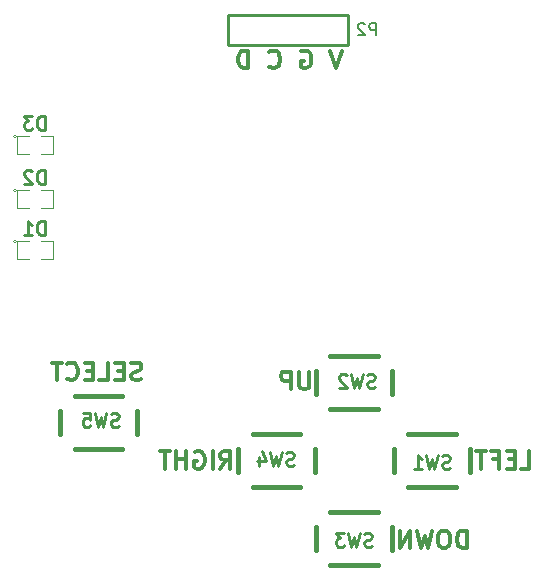
<source format=gbo>
G04 (created by PCBNEW (2013-07-07 BZR 4022)-stable) date 3/28/2015 5:28:05 PM*
%MOIN*%
G04 Gerber Fmt 3.4, Leading zero omitted, Abs format*
%FSLAX34Y34*%
G01*
G70*
G90*
G04 APERTURE LIST*
%ADD10C,0.00590551*%
%ADD11C,0.011811*%
%ADD12C,0.015*%
%ADD13C,0.0039*%
%ADD14C,0.01*%
%ADD15C,0.008*%
G04 APERTURE END LIST*
G54D10*
G54D11*
X42162Y-38010D02*
X42077Y-38039D01*
X41937Y-38039D01*
X41881Y-38010D01*
X41852Y-37982D01*
X41824Y-37926D01*
X41824Y-37870D01*
X41852Y-37814D01*
X41881Y-37785D01*
X41937Y-37757D01*
X42049Y-37729D01*
X42106Y-37701D01*
X42134Y-37673D01*
X42162Y-37617D01*
X42162Y-37560D01*
X42134Y-37504D01*
X42106Y-37476D01*
X42049Y-37448D01*
X41909Y-37448D01*
X41824Y-37476D01*
X41571Y-37729D02*
X41374Y-37729D01*
X41290Y-38039D02*
X41571Y-38039D01*
X41571Y-37448D01*
X41290Y-37448D01*
X40756Y-38039D02*
X41037Y-38039D01*
X41037Y-37448D01*
X40559Y-37729D02*
X40362Y-37729D01*
X40278Y-38039D02*
X40559Y-38039D01*
X40559Y-37448D01*
X40278Y-37448D01*
X39687Y-37982D02*
X39715Y-38010D01*
X39800Y-38039D01*
X39856Y-38039D01*
X39940Y-38010D01*
X39996Y-37954D01*
X40025Y-37898D01*
X40053Y-37785D01*
X40053Y-37701D01*
X40025Y-37589D01*
X39996Y-37532D01*
X39940Y-37476D01*
X39856Y-37448D01*
X39800Y-37448D01*
X39715Y-37476D01*
X39687Y-37504D01*
X39518Y-37448D02*
X39181Y-37448D01*
X39350Y-38039D02*
X39350Y-37448D01*
X53010Y-43639D02*
X53010Y-43048D01*
X52870Y-43048D01*
X52785Y-43076D01*
X52729Y-43132D01*
X52701Y-43189D01*
X52673Y-43301D01*
X52673Y-43385D01*
X52701Y-43498D01*
X52729Y-43554D01*
X52785Y-43610D01*
X52870Y-43639D01*
X53010Y-43639D01*
X52307Y-43048D02*
X52195Y-43048D01*
X52139Y-43076D01*
X52082Y-43132D01*
X52054Y-43245D01*
X52054Y-43442D01*
X52082Y-43554D01*
X52139Y-43610D01*
X52195Y-43639D01*
X52307Y-43639D01*
X52364Y-43610D01*
X52420Y-43554D01*
X52448Y-43442D01*
X52448Y-43245D01*
X52420Y-43132D01*
X52364Y-43076D01*
X52307Y-43048D01*
X51857Y-43048D02*
X51717Y-43639D01*
X51604Y-43217D01*
X51492Y-43639D01*
X51351Y-43048D01*
X51126Y-43639D02*
X51126Y-43048D01*
X50789Y-43639D01*
X50789Y-43048D01*
X44787Y-40989D02*
X44984Y-40707D01*
X45124Y-40989D02*
X45124Y-40398D01*
X44899Y-40398D01*
X44843Y-40426D01*
X44815Y-40454D01*
X44787Y-40510D01*
X44787Y-40595D01*
X44815Y-40651D01*
X44843Y-40679D01*
X44899Y-40707D01*
X45124Y-40707D01*
X44534Y-40989D02*
X44534Y-40398D01*
X43943Y-40426D02*
X44000Y-40398D01*
X44084Y-40398D01*
X44168Y-40426D01*
X44224Y-40482D01*
X44253Y-40539D01*
X44281Y-40651D01*
X44281Y-40735D01*
X44253Y-40848D01*
X44224Y-40904D01*
X44168Y-40960D01*
X44084Y-40989D01*
X44028Y-40989D01*
X43943Y-40960D01*
X43915Y-40932D01*
X43915Y-40735D01*
X44028Y-40735D01*
X43662Y-40989D02*
X43662Y-40398D01*
X43662Y-40679D02*
X43325Y-40679D01*
X43325Y-40989D02*
X43325Y-40398D01*
X43128Y-40398D02*
X42790Y-40398D01*
X42959Y-40989D02*
X42959Y-40398D01*
X54812Y-40989D02*
X55093Y-40989D01*
X55093Y-40398D01*
X54615Y-40679D02*
X54418Y-40679D01*
X54334Y-40989D02*
X54615Y-40989D01*
X54615Y-40398D01*
X54334Y-40398D01*
X53884Y-40679D02*
X54081Y-40679D01*
X54081Y-40989D02*
X54081Y-40398D01*
X53800Y-40398D01*
X53659Y-40398D02*
X53321Y-40398D01*
X53490Y-40989D02*
X53490Y-40398D01*
X47764Y-37748D02*
X47764Y-38226D01*
X47735Y-38282D01*
X47707Y-38310D01*
X47651Y-38339D01*
X47539Y-38339D01*
X47482Y-38310D01*
X47454Y-38282D01*
X47426Y-38226D01*
X47426Y-37748D01*
X47145Y-38339D02*
X47145Y-37748D01*
X46920Y-37748D01*
X46864Y-37776D01*
X46835Y-37804D01*
X46807Y-37860D01*
X46807Y-37945D01*
X46835Y-38001D01*
X46864Y-38029D01*
X46920Y-38057D01*
X47145Y-38057D01*
X48844Y-27050D02*
X48647Y-27640D01*
X48450Y-27050D01*
X47494Y-27078D02*
X47550Y-27050D01*
X47634Y-27050D01*
X47719Y-27078D01*
X47775Y-27134D01*
X47803Y-27190D01*
X47831Y-27303D01*
X47831Y-27387D01*
X47803Y-27500D01*
X47775Y-27556D01*
X47719Y-27612D01*
X47634Y-27640D01*
X47578Y-27640D01*
X47494Y-27612D01*
X47466Y-27584D01*
X47466Y-27387D01*
X47578Y-27387D01*
X46425Y-27584D02*
X46453Y-27612D01*
X46538Y-27640D01*
X46594Y-27640D01*
X46678Y-27612D01*
X46735Y-27556D01*
X46763Y-27500D01*
X46791Y-27387D01*
X46791Y-27303D01*
X46763Y-27190D01*
X46735Y-27134D01*
X46678Y-27078D01*
X46594Y-27050D01*
X46538Y-27050D01*
X46453Y-27078D01*
X46425Y-27106D01*
X45722Y-27640D02*
X45722Y-27050D01*
X45582Y-27050D01*
X45497Y-27078D01*
X45441Y-27134D01*
X45413Y-27190D01*
X45385Y-27303D01*
X45385Y-27387D01*
X45413Y-27500D01*
X45441Y-27556D01*
X45497Y-27612D01*
X45582Y-27640D01*
X45722Y-27640D01*
G54D12*
X53130Y-40314D02*
X53130Y-41102D01*
X52637Y-41594D02*
X51063Y-41594D01*
X50570Y-40314D02*
X50570Y-41003D01*
X50570Y-41003D02*
X50570Y-41102D01*
X52637Y-39822D02*
X51063Y-39822D01*
X50531Y-37716D02*
X50531Y-38504D01*
X50038Y-38996D02*
X48464Y-38996D01*
X47971Y-37716D02*
X47971Y-38405D01*
X47971Y-38405D02*
X47971Y-38504D01*
X50038Y-37224D02*
X48464Y-37224D01*
X50531Y-42913D02*
X50531Y-43701D01*
X50038Y-44193D02*
X48464Y-44193D01*
X47971Y-42913D02*
X47971Y-43602D01*
X47971Y-43602D02*
X47971Y-43701D01*
X50038Y-42421D02*
X48464Y-42421D01*
X47933Y-40314D02*
X47933Y-41102D01*
X47440Y-41594D02*
X45866Y-41594D01*
X45373Y-40314D02*
X45373Y-41003D01*
X45373Y-41003D02*
X45373Y-41102D01*
X47440Y-39822D02*
X45866Y-39822D01*
X42018Y-39054D02*
X42018Y-39842D01*
X41525Y-40334D02*
X39951Y-40334D01*
X39458Y-39054D02*
X39458Y-39743D01*
X39458Y-39743D02*
X39458Y-39842D01*
X41525Y-38562D02*
X39951Y-38562D01*
G54D13*
X38000Y-33400D02*
G75*
G03X38000Y-33400I-50J0D01*
G74*
G01*
X38400Y-33400D02*
X38000Y-33400D01*
X38000Y-33400D02*
X38000Y-34000D01*
X38000Y-34000D02*
X38400Y-34000D01*
X38800Y-34000D02*
X39200Y-34000D01*
X39200Y-34000D02*
X39200Y-33400D01*
X39200Y-33400D02*
X38800Y-33400D01*
X38000Y-31700D02*
G75*
G03X38000Y-31700I-50J0D01*
G74*
G01*
X38400Y-31700D02*
X38000Y-31700D01*
X38000Y-31700D02*
X38000Y-32300D01*
X38000Y-32300D02*
X38400Y-32300D01*
X38800Y-32300D02*
X39200Y-32300D01*
X39200Y-32300D02*
X39200Y-31700D01*
X39200Y-31700D02*
X38800Y-31700D01*
X38000Y-29900D02*
G75*
G03X38000Y-29900I-50J0D01*
G74*
G01*
X38400Y-29900D02*
X38000Y-29900D01*
X38000Y-29900D02*
X38000Y-30500D01*
X38000Y-30500D02*
X38400Y-30500D01*
X38800Y-30500D02*
X39200Y-30500D01*
X39200Y-30500D02*
X39200Y-29900D01*
X39200Y-29900D02*
X38800Y-29900D01*
G54D14*
X45047Y-26877D02*
X49047Y-26877D01*
X45047Y-25877D02*
X49047Y-25877D01*
X49047Y-25877D02*
X49047Y-26877D01*
X45047Y-26877D02*
X45047Y-25877D01*
X52445Y-40960D02*
X52381Y-40982D01*
X52274Y-40982D01*
X52231Y-40960D01*
X52209Y-40939D01*
X52188Y-40896D01*
X52188Y-40853D01*
X52209Y-40810D01*
X52231Y-40789D01*
X52274Y-40767D01*
X52359Y-40746D01*
X52402Y-40725D01*
X52424Y-40703D01*
X52445Y-40660D01*
X52445Y-40617D01*
X52424Y-40575D01*
X52402Y-40553D01*
X52359Y-40532D01*
X52252Y-40532D01*
X52188Y-40553D01*
X52038Y-40532D02*
X51931Y-40982D01*
X51845Y-40660D01*
X51759Y-40982D01*
X51652Y-40532D01*
X51245Y-40982D02*
X51502Y-40982D01*
X51374Y-40982D02*
X51374Y-40532D01*
X51417Y-40596D01*
X51459Y-40639D01*
X51502Y-40660D01*
X49945Y-38260D02*
X49881Y-38282D01*
X49774Y-38282D01*
X49731Y-38260D01*
X49709Y-38239D01*
X49688Y-38196D01*
X49688Y-38153D01*
X49709Y-38110D01*
X49731Y-38089D01*
X49774Y-38067D01*
X49859Y-38046D01*
X49902Y-38025D01*
X49924Y-38003D01*
X49945Y-37960D01*
X49945Y-37917D01*
X49924Y-37875D01*
X49902Y-37853D01*
X49859Y-37832D01*
X49752Y-37832D01*
X49688Y-37853D01*
X49538Y-37832D02*
X49431Y-38282D01*
X49345Y-37960D01*
X49259Y-38282D01*
X49152Y-37832D01*
X49002Y-37875D02*
X48981Y-37853D01*
X48938Y-37832D01*
X48831Y-37832D01*
X48788Y-37853D01*
X48767Y-37875D01*
X48745Y-37917D01*
X48745Y-37960D01*
X48767Y-38025D01*
X49024Y-38282D01*
X48745Y-38282D01*
X49845Y-43560D02*
X49781Y-43582D01*
X49674Y-43582D01*
X49631Y-43560D01*
X49609Y-43539D01*
X49588Y-43496D01*
X49588Y-43453D01*
X49609Y-43410D01*
X49631Y-43389D01*
X49674Y-43367D01*
X49759Y-43346D01*
X49802Y-43325D01*
X49824Y-43303D01*
X49845Y-43260D01*
X49845Y-43217D01*
X49824Y-43175D01*
X49802Y-43153D01*
X49759Y-43132D01*
X49652Y-43132D01*
X49588Y-43153D01*
X49438Y-43132D02*
X49331Y-43582D01*
X49245Y-43260D01*
X49159Y-43582D01*
X49052Y-43132D01*
X48924Y-43132D02*
X48645Y-43132D01*
X48795Y-43303D01*
X48731Y-43303D01*
X48688Y-43325D01*
X48667Y-43346D01*
X48645Y-43389D01*
X48645Y-43496D01*
X48667Y-43539D01*
X48688Y-43560D01*
X48731Y-43582D01*
X48859Y-43582D01*
X48902Y-43560D01*
X48924Y-43539D01*
X47245Y-40860D02*
X47181Y-40882D01*
X47074Y-40882D01*
X47031Y-40860D01*
X47009Y-40839D01*
X46988Y-40796D01*
X46988Y-40753D01*
X47009Y-40710D01*
X47031Y-40689D01*
X47074Y-40667D01*
X47159Y-40646D01*
X47202Y-40625D01*
X47224Y-40603D01*
X47245Y-40560D01*
X47245Y-40517D01*
X47224Y-40475D01*
X47202Y-40453D01*
X47159Y-40432D01*
X47052Y-40432D01*
X46988Y-40453D01*
X46838Y-40432D02*
X46731Y-40882D01*
X46645Y-40560D01*
X46559Y-40882D01*
X46452Y-40432D01*
X46088Y-40582D02*
X46088Y-40882D01*
X46195Y-40410D02*
X46302Y-40732D01*
X46024Y-40732D01*
X41400Y-39560D02*
X41335Y-39582D01*
X41228Y-39582D01*
X41185Y-39560D01*
X41164Y-39539D01*
X41142Y-39496D01*
X41142Y-39453D01*
X41164Y-39410D01*
X41185Y-39389D01*
X41228Y-39367D01*
X41314Y-39346D01*
X41357Y-39325D01*
X41378Y-39303D01*
X41400Y-39260D01*
X41400Y-39217D01*
X41378Y-39175D01*
X41357Y-39153D01*
X41314Y-39132D01*
X41207Y-39132D01*
X41142Y-39153D01*
X40992Y-39132D02*
X40885Y-39582D01*
X40800Y-39260D01*
X40714Y-39582D01*
X40607Y-39132D01*
X40221Y-39132D02*
X40435Y-39132D01*
X40457Y-39346D01*
X40435Y-39325D01*
X40392Y-39303D01*
X40285Y-39303D01*
X40242Y-39325D01*
X40221Y-39346D01*
X40200Y-39389D01*
X40200Y-39496D01*
X40221Y-39539D01*
X40242Y-39560D01*
X40285Y-39582D01*
X40392Y-39582D01*
X40435Y-39560D01*
X40457Y-39539D01*
X38932Y-33182D02*
X38932Y-32732D01*
X38824Y-32732D01*
X38760Y-32753D01*
X38717Y-32796D01*
X38696Y-32839D01*
X38674Y-32925D01*
X38674Y-32989D01*
X38696Y-33075D01*
X38717Y-33117D01*
X38760Y-33160D01*
X38824Y-33182D01*
X38932Y-33182D01*
X38246Y-33182D02*
X38503Y-33182D01*
X38374Y-33182D02*
X38374Y-32732D01*
X38417Y-32796D01*
X38460Y-32839D01*
X38503Y-32860D01*
X38932Y-31482D02*
X38932Y-31032D01*
X38824Y-31032D01*
X38760Y-31053D01*
X38717Y-31096D01*
X38696Y-31139D01*
X38674Y-31225D01*
X38674Y-31289D01*
X38696Y-31375D01*
X38717Y-31417D01*
X38760Y-31460D01*
X38824Y-31482D01*
X38932Y-31482D01*
X38503Y-31075D02*
X38482Y-31053D01*
X38439Y-31032D01*
X38332Y-31032D01*
X38289Y-31053D01*
X38267Y-31075D01*
X38246Y-31117D01*
X38246Y-31160D01*
X38267Y-31225D01*
X38524Y-31482D01*
X38246Y-31482D01*
X38932Y-29682D02*
X38932Y-29232D01*
X38824Y-29232D01*
X38760Y-29253D01*
X38717Y-29296D01*
X38696Y-29339D01*
X38674Y-29425D01*
X38674Y-29489D01*
X38696Y-29575D01*
X38717Y-29617D01*
X38760Y-29660D01*
X38824Y-29682D01*
X38932Y-29682D01*
X38524Y-29232D02*
X38246Y-29232D01*
X38396Y-29403D01*
X38332Y-29403D01*
X38289Y-29425D01*
X38267Y-29446D01*
X38246Y-29489D01*
X38246Y-29596D01*
X38267Y-29639D01*
X38289Y-29660D01*
X38332Y-29682D01*
X38460Y-29682D01*
X38503Y-29660D01*
X38524Y-29639D01*
G54D15*
X49980Y-26539D02*
X49980Y-26139D01*
X49827Y-26139D01*
X49789Y-26158D01*
X49770Y-26177D01*
X49751Y-26216D01*
X49751Y-26273D01*
X49770Y-26311D01*
X49789Y-26330D01*
X49827Y-26349D01*
X49980Y-26349D01*
X49599Y-26177D02*
X49580Y-26158D01*
X49542Y-26139D01*
X49446Y-26139D01*
X49408Y-26158D01*
X49389Y-26177D01*
X49370Y-26216D01*
X49370Y-26254D01*
X49389Y-26311D01*
X49618Y-26539D01*
X49370Y-26539D01*
M02*

</source>
